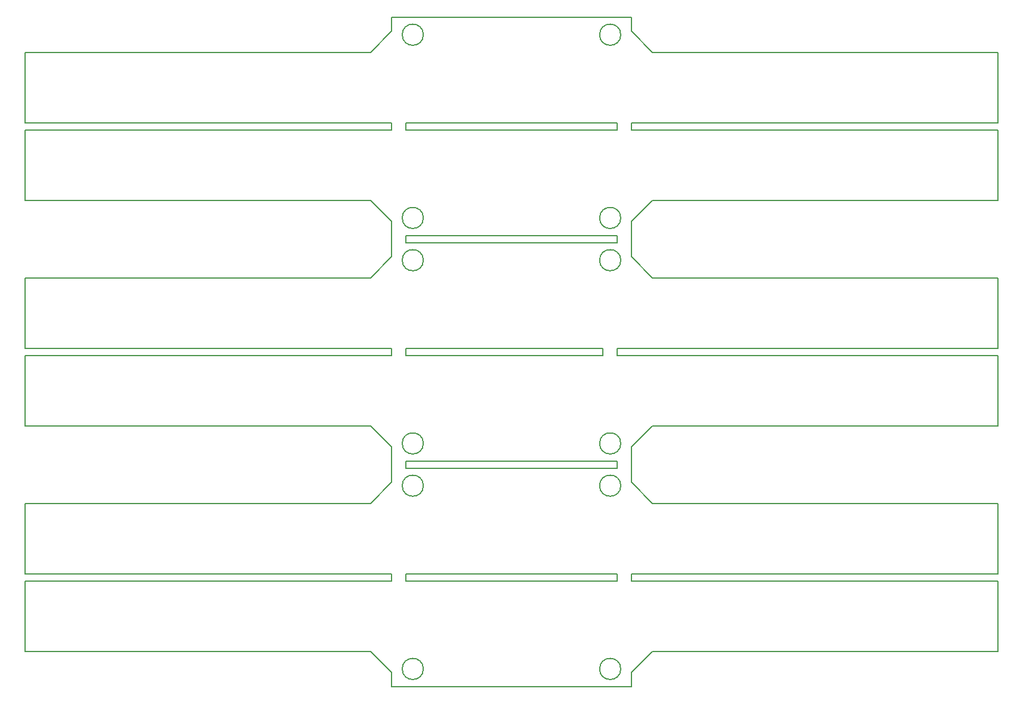
<source format=gm1>
G04 #@! TF.GenerationSoftware,KiCad,Pcbnew,(5.0.0)*
G04 #@! TF.CreationDate,2019-02-16T18:39:58+09:00*
G04 #@! TF.ProjectId,lancer_sensorboard_v3,6C616E6365725F73656E736F72626F61,rev?*
G04 #@! TF.SameCoordinates,Original*
G04 #@! TF.FileFunction,Profile,NP*
%FSLAX46Y46*%
G04 Gerber Fmt 4.6, Leading zero omitted, Abs format (unit mm)*
G04 Created by KiCad (PCBNEW (5.0.0)) date 02/16/19 18:39:58*
%MOMM*%
%LPD*%
G01*
G04 APERTURE LIST*
%ADD10C,0.150000*%
%ADD11C,0.200000*%
G04 APERTURE END LIST*
D10*
X103000000Y-70000000D02*
X51000000Y-70000000D01*
X135000000Y-70000000D02*
X105000000Y-70000000D01*
X137000000Y-70000000D02*
X189000000Y-70000000D01*
X137000000Y-69000000D02*
X189000000Y-69000000D01*
X105000000Y-69000000D02*
X135000000Y-69000000D01*
X103000000Y-69000000D02*
X51000000Y-69000000D01*
X137000000Y-70000000D02*
X137000000Y-69000000D01*
X105000000Y-70000000D02*
X105000000Y-69000000D01*
X103000000Y-70000000D02*
X103000000Y-69000000D01*
X135000000Y-69000000D02*
X135000000Y-70000000D01*
X105000000Y-102000000D02*
X105000000Y-101000000D01*
X135000000Y-102000000D02*
X135000000Y-101000000D01*
X105000000Y-86000000D02*
X105000000Y-85000000D01*
X135000000Y-85000000D02*
X135000000Y-86000000D01*
X103000000Y-102000000D02*
X51000000Y-102000000D01*
X133000000Y-102000000D02*
X105000000Y-102000000D01*
X135000000Y-102000000D02*
X189000000Y-102000000D01*
X135000000Y-101000000D02*
X189000000Y-101000000D01*
X105000000Y-101000000D02*
X133000000Y-101000000D01*
X103000000Y-101000000D02*
X51000000Y-101000000D01*
X105000000Y-86000000D02*
X135000000Y-86000000D01*
X105000000Y-85000000D02*
X135000000Y-85000000D01*
X137000000Y-86000000D02*
X137000000Y-85000000D01*
X103000000Y-86000000D02*
X103000000Y-85000000D01*
X133000000Y-102000000D02*
X133000000Y-101000000D01*
X103000000Y-102000000D02*
X103000000Y-101000000D01*
X135000000Y-117000000D02*
X105000000Y-117000000D01*
X105000000Y-118000000D02*
X135000000Y-118000000D01*
X105000000Y-118000000D02*
X105000000Y-117000000D01*
X135000000Y-118000000D02*
X135000000Y-117000000D01*
X103000000Y-118000000D02*
X103000000Y-117000000D01*
X137000000Y-118000000D02*
X137000000Y-117000000D01*
X105000000Y-134000000D02*
X135000000Y-134000000D01*
X105000000Y-133000000D02*
X135000000Y-133000000D01*
X105000000Y-134000000D02*
X105000000Y-133000000D01*
X103000000Y-134000000D02*
X51000000Y-134000000D01*
X189000000Y-134000000D02*
X137000000Y-134000000D01*
X137000000Y-133000000D02*
X189000000Y-133000000D01*
X135000000Y-134000000D02*
X135000000Y-133000000D01*
X137000000Y-134000000D02*
X137000000Y-133000000D01*
X51000000Y-133000000D02*
X103000000Y-133000000D01*
X103000000Y-134000000D02*
X103000000Y-133000000D01*
D11*
X137000000Y-56000000D02*
X140000000Y-59000000D01*
X100000000Y-59000000D02*
X103000000Y-56000000D01*
X100000000Y-59000000D02*
X51000000Y-59000000D01*
X137000000Y-56000000D02*
X137000000Y-54000000D01*
X189000000Y-59000000D02*
X189000000Y-69000000D01*
X51000000Y-69000000D02*
X51000000Y-59000000D01*
X137000000Y-54000000D02*
X103000000Y-54000000D01*
X103000000Y-54000000D02*
X103000000Y-56000000D01*
X135500000Y-56499496D02*
G75*
G03X135500000Y-56499496I-1500000J0D01*
G01*
X189000000Y-59000000D02*
X140000000Y-59000000D01*
X107500000Y-56499496D02*
G75*
G03X107500000Y-56499496I-1500000J0D01*
G01*
X103000000Y-83000000D02*
X100000000Y-80000000D01*
X140000000Y-80000000D02*
X137000000Y-83000000D01*
X140000000Y-80000000D02*
X189000000Y-80000000D01*
X103000000Y-83000000D02*
X103000000Y-85000000D01*
X51000000Y-80000000D02*
X51000000Y-70000000D01*
X189000000Y-70000000D02*
X189000000Y-80000000D01*
X137000000Y-85000000D02*
X137000000Y-83000000D01*
X107500000Y-82500504D02*
G75*
G03X107500000Y-82500504I-1500000J0D01*
G01*
X51000000Y-80000000D02*
X100000000Y-80000000D01*
X135500000Y-82500504D02*
G75*
G03X135500000Y-82500504I-1500000J0D01*
G01*
X137000000Y-88000000D02*
X140000000Y-91000000D01*
X100000000Y-91000000D02*
X103000000Y-88000000D01*
X100000000Y-91000000D02*
X51000000Y-91000000D01*
X137000000Y-88000000D02*
X137000000Y-86000000D01*
X189000000Y-91000000D02*
X189000000Y-101000000D01*
X51000000Y-101000000D02*
X51000000Y-91000000D01*
X103000000Y-86000000D02*
X103000000Y-88000000D01*
X135500000Y-88499496D02*
G75*
G03X135500000Y-88499496I-1500000J0D01*
G01*
X189000000Y-91000000D02*
X140000000Y-91000000D01*
X107500000Y-88499496D02*
G75*
G03X107500000Y-88499496I-1500000J0D01*
G01*
X103000000Y-115000000D02*
X100000000Y-112000000D01*
X140000000Y-112000000D02*
X137000000Y-115000000D01*
X140000000Y-112000000D02*
X189000000Y-112000000D01*
X103000000Y-115000000D02*
X103000000Y-117000000D01*
X51000000Y-112000000D02*
X51000000Y-102000000D01*
X189000000Y-102000000D02*
X189000000Y-112000000D01*
X137000000Y-117000000D02*
X137000000Y-115000000D01*
X107500000Y-114500504D02*
G75*
G03X107500000Y-114500504I-1500000J0D01*
G01*
X51000000Y-112000000D02*
X100000000Y-112000000D01*
X135500000Y-114500504D02*
G75*
G03X135500000Y-114500504I-1500000J0D01*
G01*
X137000000Y-120000000D02*
X140000000Y-123000000D01*
X100000000Y-123000000D02*
X103000000Y-120000000D01*
X100000000Y-123000000D02*
X51000000Y-123000000D01*
X137000000Y-120000000D02*
X137000000Y-118000000D01*
X189000000Y-123000000D02*
X189000000Y-133000000D01*
X51000000Y-133000000D02*
X51000000Y-123000000D01*
X103000000Y-118000000D02*
X103000000Y-120000000D01*
X135500000Y-120499496D02*
G75*
G03X135500000Y-120499496I-1500000J0D01*
G01*
X189000000Y-123000000D02*
X140000000Y-123000000D01*
X107500000Y-120499496D02*
G75*
G03X107500000Y-120499496I-1500000J0D01*
G01*
X103000000Y-147000000D02*
X100000000Y-144000000D01*
X140000000Y-144000000D02*
X137000000Y-147000000D01*
X140000000Y-144000000D02*
X189000000Y-144000000D01*
X103000000Y-147000000D02*
X103000000Y-149000000D01*
X51000000Y-144000000D02*
X51000000Y-134000000D01*
X189000000Y-134000000D02*
X189000000Y-144000000D01*
X103000000Y-149000000D02*
X137000000Y-149000000D01*
X137000000Y-149000000D02*
X137000000Y-147000000D01*
X107500000Y-146500504D02*
G75*
G03X107500000Y-146500504I-1500000J0D01*
G01*
X51000000Y-144000000D02*
X100000000Y-144000000D01*
X135500000Y-146500504D02*
G75*
G03X135500000Y-146500504I-1500000J0D01*
G01*
M02*

</source>
